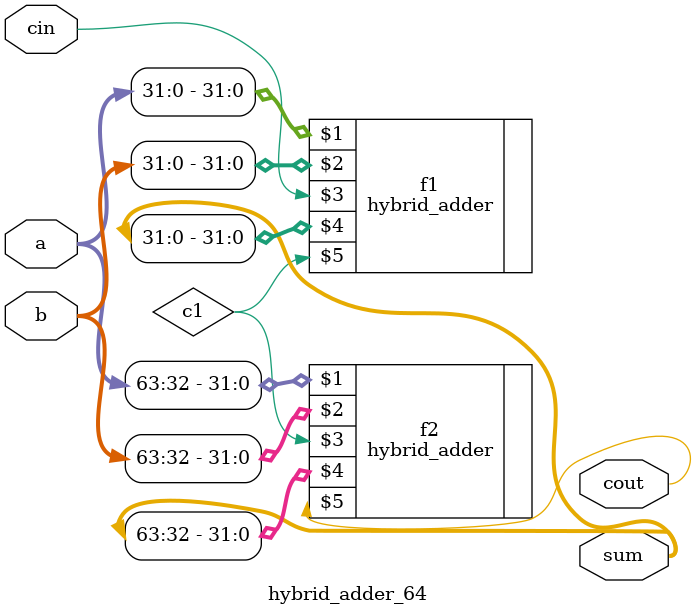
<source format=v>
`timescale 1ns / 1ps
module hybrid_adder_64(
    input [63:0] a,
    input [63:0] b,
    input cin,
    output [63:0] sum,
    output cout
    );
	 
	 wire c1;
	 
	 hybrid_adder f1(a[31:0],b[31:0],cin,sum[31:0],c1);
	 hybrid_adder f2(a[63:32],b[63:32],c1,sum[63:32],cout);


endmodule

</source>
